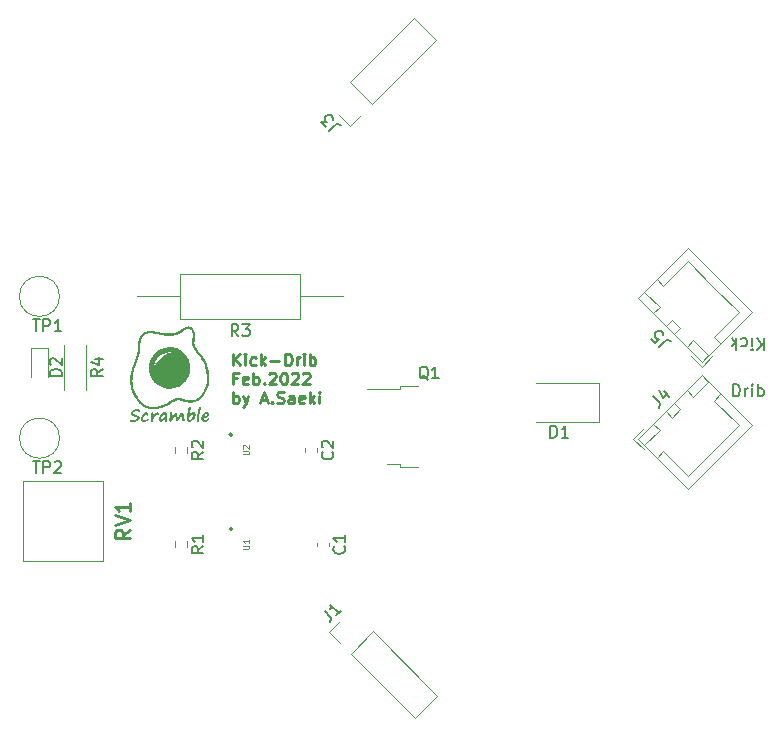
<source format=gto>
G04 #@! TF.GenerationSoftware,KiCad,Pcbnew,(6.0.1)*
G04 #@! TF.CreationDate,2022-02-25T16:24:57+09:00*
G04 #@! TF.ProjectId,kick-drib-2,6b69636b-2d64-4726-9962-2d322e6b6963,V1.1*
G04 #@! TF.SameCoordinates,Original*
G04 #@! TF.FileFunction,Legend,Top*
G04 #@! TF.FilePolarity,Positive*
%FSLAX46Y46*%
G04 Gerber Fmt 4.6, Leading zero omitted, Abs format (unit mm)*
G04 Created by KiCad (PCBNEW (6.0.1)) date 2022-02-25 16:24:57*
%MOMM*%
%LPD*%
G01*
G04 APERTURE LIST*
%ADD10C,0.250000*%
%ADD11C,0.150000*%
%ADD12C,0.100000*%
%ADD13C,0.254000*%
%ADD14C,0.120000*%
G04 APERTURE END LIST*
D10*
X64400595Y-114842380D02*
X64400595Y-113842380D01*
X64972023Y-114842380D02*
X64543452Y-114270952D01*
X64972023Y-113842380D02*
X64400595Y-114413809D01*
X65400595Y-114842380D02*
X65400595Y-114175714D01*
X65400595Y-113842380D02*
X65352976Y-113890000D01*
X65400595Y-113937619D01*
X65448214Y-113890000D01*
X65400595Y-113842380D01*
X65400595Y-113937619D01*
X66305357Y-114794761D02*
X66210119Y-114842380D01*
X66019642Y-114842380D01*
X65924404Y-114794761D01*
X65876785Y-114747142D01*
X65829166Y-114651904D01*
X65829166Y-114366190D01*
X65876785Y-114270952D01*
X65924404Y-114223333D01*
X66019642Y-114175714D01*
X66210119Y-114175714D01*
X66305357Y-114223333D01*
X66733928Y-114842380D02*
X66733928Y-113842380D01*
X66829166Y-114461428D02*
X67114880Y-114842380D01*
X67114880Y-114175714D02*
X66733928Y-114556666D01*
X67543452Y-114461428D02*
X68305357Y-114461428D01*
X68781547Y-114842380D02*
X68781547Y-113842380D01*
X69019642Y-113842380D01*
X69162500Y-113890000D01*
X69257738Y-113985238D01*
X69305357Y-114080476D01*
X69352976Y-114270952D01*
X69352976Y-114413809D01*
X69305357Y-114604285D01*
X69257738Y-114699523D01*
X69162500Y-114794761D01*
X69019642Y-114842380D01*
X68781547Y-114842380D01*
X69781547Y-114842380D02*
X69781547Y-114175714D01*
X69781547Y-114366190D02*
X69829166Y-114270952D01*
X69876785Y-114223333D01*
X69972023Y-114175714D01*
X70067261Y-114175714D01*
X70400595Y-114842380D02*
X70400595Y-114175714D01*
X70400595Y-113842380D02*
X70352976Y-113890000D01*
X70400595Y-113937619D01*
X70448214Y-113890000D01*
X70400595Y-113842380D01*
X70400595Y-113937619D01*
X70876785Y-114842380D02*
X70876785Y-113842380D01*
X70876785Y-114223333D02*
X70972023Y-114175714D01*
X71162500Y-114175714D01*
X71257738Y-114223333D01*
X71305357Y-114270952D01*
X71352976Y-114366190D01*
X71352976Y-114651904D01*
X71305357Y-114747142D01*
X71257738Y-114794761D01*
X71162500Y-114842380D01*
X70972023Y-114842380D01*
X70876785Y-114794761D01*
X64733928Y-115928571D02*
X64400595Y-115928571D01*
X64400595Y-116452380D02*
X64400595Y-115452380D01*
X64876785Y-115452380D01*
X65638690Y-116404761D02*
X65543452Y-116452380D01*
X65352976Y-116452380D01*
X65257738Y-116404761D01*
X65210119Y-116309523D01*
X65210119Y-115928571D01*
X65257738Y-115833333D01*
X65352976Y-115785714D01*
X65543452Y-115785714D01*
X65638690Y-115833333D01*
X65686309Y-115928571D01*
X65686309Y-116023809D01*
X65210119Y-116119047D01*
X66114880Y-116452380D02*
X66114880Y-115452380D01*
X66114880Y-115833333D02*
X66210119Y-115785714D01*
X66400595Y-115785714D01*
X66495833Y-115833333D01*
X66543452Y-115880952D01*
X66591071Y-115976190D01*
X66591071Y-116261904D01*
X66543452Y-116357142D01*
X66495833Y-116404761D01*
X66400595Y-116452380D01*
X66210119Y-116452380D01*
X66114880Y-116404761D01*
X67019642Y-116357142D02*
X67067261Y-116404761D01*
X67019642Y-116452380D01*
X66972023Y-116404761D01*
X67019642Y-116357142D01*
X67019642Y-116452380D01*
X67448214Y-115547619D02*
X67495833Y-115500000D01*
X67591071Y-115452380D01*
X67829166Y-115452380D01*
X67924404Y-115500000D01*
X67972023Y-115547619D01*
X68019642Y-115642857D01*
X68019642Y-115738095D01*
X67972023Y-115880952D01*
X67400595Y-116452380D01*
X68019642Y-116452380D01*
X68638690Y-115452380D02*
X68733928Y-115452380D01*
X68829166Y-115500000D01*
X68876785Y-115547619D01*
X68924404Y-115642857D01*
X68972023Y-115833333D01*
X68972023Y-116071428D01*
X68924404Y-116261904D01*
X68876785Y-116357142D01*
X68829166Y-116404761D01*
X68733928Y-116452380D01*
X68638690Y-116452380D01*
X68543452Y-116404761D01*
X68495833Y-116357142D01*
X68448214Y-116261904D01*
X68400595Y-116071428D01*
X68400595Y-115833333D01*
X68448214Y-115642857D01*
X68495833Y-115547619D01*
X68543452Y-115500000D01*
X68638690Y-115452380D01*
X69352976Y-115547619D02*
X69400595Y-115500000D01*
X69495833Y-115452380D01*
X69733928Y-115452380D01*
X69829166Y-115500000D01*
X69876785Y-115547619D01*
X69924404Y-115642857D01*
X69924404Y-115738095D01*
X69876785Y-115880952D01*
X69305357Y-116452380D01*
X69924404Y-116452380D01*
X70305357Y-115547619D02*
X70352976Y-115500000D01*
X70448214Y-115452380D01*
X70686309Y-115452380D01*
X70781547Y-115500000D01*
X70829166Y-115547619D01*
X70876785Y-115642857D01*
X70876785Y-115738095D01*
X70829166Y-115880952D01*
X70257738Y-116452380D01*
X70876785Y-116452380D01*
X64400595Y-118062380D02*
X64400595Y-117062380D01*
X64400595Y-117443333D02*
X64495833Y-117395714D01*
X64686309Y-117395714D01*
X64781547Y-117443333D01*
X64829166Y-117490952D01*
X64876785Y-117586190D01*
X64876785Y-117871904D01*
X64829166Y-117967142D01*
X64781547Y-118014761D01*
X64686309Y-118062380D01*
X64495833Y-118062380D01*
X64400595Y-118014761D01*
X65210119Y-117395714D02*
X65448214Y-118062380D01*
X65686309Y-117395714D02*
X65448214Y-118062380D01*
X65352976Y-118300476D01*
X65305357Y-118348095D01*
X65210119Y-118395714D01*
X66781547Y-117776666D02*
X67257738Y-117776666D01*
X66686309Y-118062380D02*
X67019642Y-117062380D01*
X67352976Y-118062380D01*
X67686309Y-117967142D02*
X67733928Y-118014761D01*
X67686309Y-118062380D01*
X67638690Y-118014761D01*
X67686309Y-117967142D01*
X67686309Y-118062380D01*
X68114880Y-118014761D02*
X68257738Y-118062380D01*
X68495833Y-118062380D01*
X68591071Y-118014761D01*
X68638690Y-117967142D01*
X68686309Y-117871904D01*
X68686309Y-117776666D01*
X68638690Y-117681428D01*
X68591071Y-117633809D01*
X68495833Y-117586190D01*
X68305357Y-117538571D01*
X68210119Y-117490952D01*
X68162500Y-117443333D01*
X68114880Y-117348095D01*
X68114880Y-117252857D01*
X68162500Y-117157619D01*
X68210119Y-117110000D01*
X68305357Y-117062380D01*
X68543452Y-117062380D01*
X68686309Y-117110000D01*
X69543452Y-118062380D02*
X69543452Y-117538571D01*
X69495833Y-117443333D01*
X69400595Y-117395714D01*
X69210119Y-117395714D01*
X69114880Y-117443333D01*
X69543452Y-118014761D02*
X69448214Y-118062380D01*
X69210119Y-118062380D01*
X69114880Y-118014761D01*
X69067261Y-117919523D01*
X69067261Y-117824285D01*
X69114880Y-117729047D01*
X69210119Y-117681428D01*
X69448214Y-117681428D01*
X69543452Y-117633809D01*
X70400595Y-118014761D02*
X70305357Y-118062380D01*
X70114880Y-118062380D01*
X70019642Y-118014761D01*
X69972023Y-117919523D01*
X69972023Y-117538571D01*
X70019642Y-117443333D01*
X70114880Y-117395714D01*
X70305357Y-117395714D01*
X70400595Y-117443333D01*
X70448214Y-117538571D01*
X70448214Y-117633809D01*
X69972023Y-117729047D01*
X70876785Y-118062380D02*
X70876785Y-117062380D01*
X70972023Y-117681428D02*
X71257738Y-118062380D01*
X71257738Y-117395714D02*
X70876785Y-117776666D01*
X71686309Y-118062380D02*
X71686309Y-117395714D01*
X71686309Y-117062380D02*
X71638690Y-117110000D01*
X71686309Y-117157619D01*
X71733928Y-117110000D01*
X71686309Y-117062380D01*
X71686309Y-117157619D01*
D11*
X106738095Y-117452380D02*
X106738095Y-116452380D01*
X106976190Y-116452380D01*
X107119047Y-116500000D01*
X107214285Y-116595238D01*
X107261904Y-116690476D01*
X107309523Y-116880952D01*
X107309523Y-117023809D01*
X107261904Y-117214285D01*
X107214285Y-117309523D01*
X107119047Y-117404761D01*
X106976190Y-117452380D01*
X106738095Y-117452380D01*
X107738095Y-117452380D02*
X107738095Y-116785714D01*
X107738095Y-116976190D02*
X107785714Y-116880952D01*
X107833333Y-116833333D01*
X107928571Y-116785714D01*
X108023809Y-116785714D01*
X108357142Y-117452380D02*
X108357142Y-116785714D01*
X108357142Y-116452380D02*
X108309523Y-116500000D01*
X108357142Y-116547619D01*
X108404761Y-116500000D01*
X108357142Y-116452380D01*
X108357142Y-116547619D01*
X108833333Y-117452380D02*
X108833333Y-116452380D01*
X108833333Y-116833333D02*
X108928571Y-116785714D01*
X109119047Y-116785714D01*
X109214285Y-116833333D01*
X109261904Y-116880952D01*
X109309523Y-116976190D01*
X109309523Y-117261904D01*
X109261904Y-117357142D01*
X109214285Y-117404761D01*
X109119047Y-117452380D01*
X108928571Y-117452380D01*
X108833333Y-117404761D01*
X109333333Y-112547619D02*
X109333333Y-113547619D01*
X108761904Y-112547619D02*
X109190476Y-113119047D01*
X108761904Y-113547619D02*
X109333333Y-112976190D01*
X108333333Y-112547619D02*
X108333333Y-113214285D01*
X108333333Y-113547619D02*
X108380952Y-113500000D01*
X108333333Y-113452380D01*
X108285714Y-113500000D01*
X108333333Y-113547619D01*
X108333333Y-113452380D01*
X107428571Y-112595238D02*
X107523809Y-112547619D01*
X107714285Y-112547619D01*
X107809523Y-112595238D01*
X107857142Y-112642857D01*
X107904761Y-112738095D01*
X107904761Y-113023809D01*
X107857142Y-113119047D01*
X107809523Y-113166666D01*
X107714285Y-113214285D01*
X107523809Y-113214285D01*
X107428571Y-113166666D01*
X107000000Y-112547619D02*
X107000000Y-113547619D01*
X106904761Y-112928571D02*
X106619047Y-112547619D01*
X106619047Y-113214285D02*
X107000000Y-112833333D01*
D12*
X65226190Y-122380952D02*
X65630952Y-122380952D01*
X65678571Y-122357142D01*
X65702380Y-122333333D01*
X65726190Y-122285714D01*
X65726190Y-122190476D01*
X65702380Y-122142857D01*
X65678571Y-122119047D01*
X65630952Y-122095238D01*
X65226190Y-122095238D01*
X65273809Y-121880952D02*
X65250000Y-121857142D01*
X65226190Y-121809523D01*
X65226190Y-121690476D01*
X65250000Y-121642857D01*
X65273809Y-121619047D01*
X65321428Y-121595238D01*
X65369047Y-121595238D01*
X65440476Y-121619047D01*
X65726190Y-121904761D01*
X65726190Y-121595238D01*
D11*
X73787142Y-130166666D02*
X73834761Y-130214285D01*
X73882380Y-130357142D01*
X73882380Y-130452380D01*
X73834761Y-130595238D01*
X73739523Y-130690476D01*
X73644285Y-130738095D01*
X73453809Y-130785714D01*
X73310952Y-130785714D01*
X73120476Y-130738095D01*
X73025238Y-130690476D01*
X72930000Y-130595238D01*
X72882380Y-130452380D01*
X72882380Y-130357142D01*
X72930000Y-130214285D01*
X72977619Y-130166666D01*
X73882380Y-129214285D02*
X73882380Y-129785714D01*
X73882380Y-129500000D02*
X72882380Y-129500000D01*
X73025238Y-129595238D01*
X73120476Y-129690476D01*
X73168095Y-129785714D01*
X100454364Y-113249273D02*
X100959440Y-112744197D01*
X101094127Y-112676853D01*
X101228814Y-112676853D01*
X101363501Y-112744197D01*
X101430844Y-112811540D01*
X99780929Y-112575838D02*
X100117646Y-112912555D01*
X100488035Y-112609510D01*
X100420692Y-112609510D01*
X100319677Y-112575838D01*
X100151318Y-112407479D01*
X100117646Y-112306464D01*
X100117646Y-112239120D01*
X100151318Y-112138105D01*
X100319677Y-111969746D01*
X100420692Y-111936075D01*
X100488035Y-111936075D01*
X100589051Y-111969746D01*
X100757409Y-112138105D01*
X100791081Y-112239120D01*
X100791081Y-112306464D01*
X72513918Y-94957486D02*
X73018994Y-94452410D01*
X73153681Y-94385066D01*
X73288368Y-94385066D01*
X73423055Y-94452410D01*
X73490398Y-94519753D01*
X72244544Y-94688112D02*
X71806811Y-94250379D01*
X72311887Y-94216707D01*
X72210872Y-94115692D01*
X72177200Y-94014677D01*
X72177200Y-93947333D01*
X72210872Y-93846318D01*
X72379231Y-93677959D01*
X72480246Y-93644288D01*
X72547589Y-93644288D01*
X72648605Y-93677959D01*
X72850635Y-93879990D01*
X72884307Y-93981005D01*
X72884307Y-94048349D01*
X47438095Y-122952380D02*
X48009523Y-122952380D01*
X47723809Y-123952380D02*
X47723809Y-122952380D01*
X48342857Y-123952380D02*
X48342857Y-122952380D01*
X48723809Y-122952380D01*
X48819047Y-123000000D01*
X48866666Y-123047619D01*
X48914285Y-123142857D01*
X48914285Y-123285714D01*
X48866666Y-123380952D01*
X48819047Y-123428571D01*
X48723809Y-123476190D01*
X48342857Y-123476190D01*
X49295238Y-123047619D02*
X49342857Y-123000000D01*
X49438095Y-122952380D01*
X49676190Y-122952380D01*
X49771428Y-123000000D01*
X49819047Y-123047619D01*
X49866666Y-123142857D01*
X49866666Y-123238095D01*
X49819047Y-123380952D01*
X49247619Y-123952380D01*
X49866666Y-123952380D01*
X47438095Y-110952380D02*
X48009523Y-110952380D01*
X47723809Y-111952380D02*
X47723809Y-110952380D01*
X48342857Y-111952380D02*
X48342857Y-110952380D01*
X48723809Y-110952380D01*
X48819047Y-111000000D01*
X48866666Y-111047619D01*
X48914285Y-111142857D01*
X48914285Y-111285714D01*
X48866666Y-111380952D01*
X48819047Y-111428571D01*
X48723809Y-111476190D01*
X48342857Y-111476190D01*
X49866666Y-111952380D02*
X49295238Y-111952380D01*
X49580952Y-111952380D02*
X49580952Y-110952380D01*
X49485714Y-111095238D01*
X49390476Y-111190476D01*
X49295238Y-111238095D01*
D13*
X55654523Y-128755952D02*
X55049761Y-129179285D01*
X55654523Y-129481666D02*
X54384523Y-129481666D01*
X54384523Y-128997857D01*
X54445000Y-128876904D01*
X54505476Y-128816428D01*
X54626428Y-128755952D01*
X54807857Y-128755952D01*
X54928809Y-128816428D01*
X54989285Y-128876904D01*
X55049761Y-128997857D01*
X55049761Y-129481666D01*
X54384523Y-128393095D02*
X55654523Y-127969761D01*
X54384523Y-127546428D01*
X55654523Y-126457857D02*
X55654523Y-127183571D01*
X55654523Y-126820714D02*
X54384523Y-126820714D01*
X54565952Y-126941666D01*
X54686904Y-127062619D01*
X54747380Y-127183571D01*
D11*
X61882380Y-122166666D02*
X61406190Y-122500000D01*
X61882380Y-122738095D02*
X60882380Y-122738095D01*
X60882380Y-122357142D01*
X60930000Y-122261904D01*
X60977619Y-122214285D01*
X61072857Y-122166666D01*
X61215714Y-122166666D01*
X61310952Y-122214285D01*
X61358571Y-122261904D01*
X61406190Y-122357142D01*
X61406190Y-122738095D01*
X60977619Y-121785714D02*
X60930000Y-121738095D01*
X60882380Y-121642857D01*
X60882380Y-121404761D01*
X60930000Y-121309523D01*
X60977619Y-121261904D01*
X61072857Y-121214285D01*
X61168095Y-121214285D01*
X61310952Y-121261904D01*
X61882380Y-121833333D01*
X61882380Y-121214285D01*
X61882380Y-130166666D02*
X61406190Y-130500000D01*
X61882380Y-130738095D02*
X60882380Y-130738095D01*
X60882380Y-130357142D01*
X60930000Y-130261904D01*
X60977619Y-130214285D01*
X61072857Y-130166666D01*
X61215714Y-130166666D01*
X61310952Y-130214285D01*
X61358571Y-130261904D01*
X61406190Y-130357142D01*
X61406190Y-130738095D01*
X61882380Y-129214285D02*
X61882380Y-129785714D01*
X61882380Y-129500000D02*
X60882380Y-129500000D01*
X61025238Y-129595238D01*
X61120476Y-129690476D01*
X61168095Y-129785714D01*
X72787142Y-122166666D02*
X72834761Y-122214285D01*
X72882380Y-122357142D01*
X72882380Y-122452380D01*
X72834761Y-122595238D01*
X72739523Y-122690476D01*
X72644285Y-122738095D01*
X72453809Y-122785714D01*
X72310952Y-122785714D01*
X72120476Y-122738095D01*
X72025238Y-122690476D01*
X71930000Y-122595238D01*
X71882380Y-122452380D01*
X71882380Y-122357142D01*
X71930000Y-122214285D01*
X71977619Y-122166666D01*
X71977619Y-121785714D02*
X71930000Y-121738095D01*
X71882380Y-121642857D01*
X71882380Y-121404761D01*
X71930000Y-121309523D01*
X71977619Y-121261904D01*
X72072857Y-121214285D01*
X72168095Y-121214285D01*
X72310952Y-121261904D01*
X72882380Y-121833333D01*
X72882380Y-121214285D01*
D12*
X65226190Y-130380952D02*
X65630952Y-130380952D01*
X65678571Y-130357142D01*
X65702380Y-130333333D01*
X65726190Y-130285714D01*
X65726190Y-130190476D01*
X65702380Y-130142857D01*
X65678571Y-130119047D01*
X65630952Y-130095238D01*
X65226190Y-130095238D01*
X65726190Y-129595238D02*
X65726190Y-129880952D01*
X65726190Y-129738095D02*
X65226190Y-129738095D01*
X65297619Y-129785714D01*
X65345238Y-129833333D01*
X65369047Y-129880952D01*
D11*
X99982926Y-117454364D02*
X100488002Y-117959440D01*
X100555346Y-118094127D01*
X100555346Y-118228814D01*
X100488002Y-118363501D01*
X100420659Y-118430844D01*
X100858392Y-117050303D02*
X101329796Y-117521707D01*
X100420659Y-116949287D02*
X100757376Y-117622722D01*
X101195109Y-117184990D01*
X64833333Y-112372380D02*
X64500000Y-111896190D01*
X64261904Y-112372380D02*
X64261904Y-111372380D01*
X64642857Y-111372380D01*
X64738095Y-111420000D01*
X64785714Y-111467619D01*
X64833333Y-111562857D01*
X64833333Y-111705714D01*
X64785714Y-111800952D01*
X64738095Y-111848571D01*
X64642857Y-111896190D01*
X64261904Y-111896190D01*
X65166666Y-111372380D02*
X65785714Y-111372380D01*
X65452380Y-111753333D01*
X65595238Y-111753333D01*
X65690476Y-111800952D01*
X65738095Y-111848571D01*
X65785714Y-111943809D01*
X65785714Y-112181904D01*
X65738095Y-112277142D01*
X65690476Y-112324761D01*
X65595238Y-112372380D01*
X65309523Y-112372380D01*
X65214285Y-112324761D01*
X65166666Y-112277142D01*
X72137413Y-135608818D02*
X72642489Y-136113894D01*
X72709833Y-136248581D01*
X72709833Y-136383268D01*
X72642489Y-136517955D01*
X72575146Y-136585298D01*
X73551627Y-135608818D02*
X73147566Y-136012879D01*
X73349596Y-135810848D02*
X72642489Y-135103741D01*
X72676161Y-135272100D01*
X72676161Y-135406787D01*
X72642489Y-135507802D01*
X53372380Y-115166666D02*
X52896190Y-115500000D01*
X53372380Y-115738095D02*
X52372380Y-115738095D01*
X52372380Y-115357142D01*
X52420000Y-115261904D01*
X52467619Y-115214285D01*
X52562857Y-115166666D01*
X52705714Y-115166666D01*
X52800952Y-115214285D01*
X52848571Y-115261904D01*
X52896190Y-115357142D01*
X52896190Y-115738095D01*
X52705714Y-114309523D02*
X53372380Y-114309523D01*
X52324761Y-114547619D02*
X53039047Y-114785714D01*
X53039047Y-114166666D01*
X91261904Y-120952380D02*
X91261904Y-119952380D01*
X91500000Y-119952380D01*
X91642857Y-120000000D01*
X91738095Y-120095238D01*
X91785714Y-120190476D01*
X91833333Y-120380952D01*
X91833333Y-120523809D01*
X91785714Y-120714285D01*
X91738095Y-120809523D01*
X91642857Y-120904761D01*
X91500000Y-120952380D01*
X91261904Y-120952380D01*
X92785714Y-120952380D02*
X92214285Y-120952380D01*
X92500000Y-120952380D02*
X92500000Y-119952380D01*
X92404761Y-120095238D01*
X92309523Y-120190476D01*
X92214285Y-120238095D01*
X80904761Y-116047619D02*
X80809523Y-116000000D01*
X80714285Y-115904761D01*
X80571428Y-115761904D01*
X80476190Y-115714285D01*
X80380952Y-115714285D01*
X80428571Y-115952380D02*
X80333333Y-115904761D01*
X80238095Y-115809523D01*
X80190476Y-115619047D01*
X80190476Y-115285714D01*
X80238095Y-115095238D01*
X80333333Y-115000000D01*
X80428571Y-114952380D01*
X80619047Y-114952380D01*
X80714285Y-115000000D01*
X80809523Y-115095238D01*
X80857142Y-115285714D01*
X80857142Y-115619047D01*
X80809523Y-115809523D01*
X80714285Y-115904761D01*
X80619047Y-115952380D01*
X80428571Y-115952380D01*
X81809523Y-115952380D02*
X81238095Y-115952380D01*
X81523809Y-115952380D02*
X81523809Y-114952380D01*
X81428571Y-115095238D01*
X81333333Y-115190476D01*
X81238095Y-115238095D01*
X49882380Y-115738095D02*
X48882380Y-115738095D01*
X48882380Y-115500000D01*
X48930000Y-115357142D01*
X49025238Y-115261904D01*
X49120476Y-115214285D01*
X49310952Y-115166666D01*
X49453809Y-115166666D01*
X49644285Y-115214285D01*
X49739523Y-115261904D01*
X49834761Y-115357142D01*
X49882380Y-115500000D01*
X49882380Y-115738095D01*
X48977619Y-114785714D02*
X48930000Y-114738095D01*
X48882380Y-114642857D01*
X48882380Y-114404761D01*
X48930000Y-114309523D01*
X48977619Y-114261904D01*
X49072857Y-114214285D01*
X49168095Y-114214285D01*
X49310952Y-114261904D01*
X49882380Y-114833333D01*
X49882380Y-114214285D01*
X64341421Y-120700000D02*
G75*
G03*
X64341421Y-120700000I-141421J0D01*
G01*
D14*
X71490000Y-129853733D02*
X71490000Y-130146267D01*
X72510000Y-129853733D02*
X72510000Y-130146267D01*
X102267588Y-111671751D02*
X101560482Y-110964645D01*
X105661701Y-112944544D02*
X105131371Y-112414214D01*
X104070711Y-114535534D02*
X104601041Y-114005204D01*
X107217336Y-110328249D02*
X105060660Y-108171573D01*
X98696699Y-109161522D02*
X99969491Y-110434315D01*
X104070711Y-114549676D02*
X108292138Y-110328249D01*
X104601041Y-114005204D02*
X103328249Y-112732412D01*
X100287689Y-107570532D02*
X100818019Y-108100862D01*
X98682557Y-109161522D02*
X104070711Y-114549676D01*
X101737258Y-112202082D02*
X102267588Y-111671751D01*
X108292138Y-110328249D02*
X102903984Y-104940095D01*
X99227029Y-108631192D02*
X98696699Y-109161522D01*
X102797918Y-113262742D02*
X104070711Y-114535534D01*
X104070711Y-114959798D02*
X104954594Y-114075914D01*
X103186827Y-114075914D02*
X104070711Y-114959798D01*
X102903984Y-106014897D02*
X105060660Y-108171573D01*
X102903984Y-104940095D02*
X98682557Y-109161522D01*
X103328249Y-112732412D02*
X102797918Y-113262742D01*
X101560482Y-110964645D02*
X101030152Y-111494975D01*
X105131371Y-112414214D02*
X107217336Y-110328249D01*
X99969491Y-110434315D02*
X100499821Y-109903984D01*
X100818019Y-108100862D02*
X102903984Y-106014897D01*
X101030152Y-111494975D02*
X101737258Y-112202082D01*
X100499821Y-109903984D02*
X99227029Y-108631192D01*
X74270574Y-90848522D02*
X79701154Y-85417942D01*
X75253452Y-93627452D02*
X74313000Y-94567904D01*
X76151478Y-92729426D02*
X74270574Y-90848522D01*
X81582058Y-87298846D02*
X79701154Y-85417942D01*
X76151478Y-92729426D02*
X81582058Y-87298846D01*
X74313000Y-94567904D02*
X73372548Y-93627452D01*
X49700000Y-121000000D02*
G75*
G03*
X49700000Y-121000000I-1700000J0D01*
G01*
X49700000Y-109000000D02*
G75*
G03*
X49700000Y-109000000I-1700000J0D01*
G01*
D12*
X53400000Y-131400000D02*
X46600000Y-131400000D01*
X46600000Y-131400000D02*
X46600000Y-124600000D01*
X53400000Y-124600000D02*
X53400000Y-131400000D01*
X46600000Y-124600000D02*
X53400000Y-124600000D01*
G36*
X55698840Y-115764175D02*
G01*
X55727910Y-115543403D01*
X55771315Y-115321378D01*
X55799780Y-115203986D01*
X55812682Y-115155042D01*
X55825461Y-115109156D01*
X55838808Y-115064363D01*
X55853416Y-115018698D01*
X55869975Y-114970197D01*
X55889178Y-114916894D01*
X55911715Y-114856825D01*
X55938279Y-114788025D01*
X55969561Y-114708528D01*
X56006252Y-114616370D01*
X56009172Y-114609066D01*
X56037044Y-114538991D01*
X56064439Y-114469416D01*
X56090452Y-114402692D01*
X56114176Y-114341169D01*
X56134705Y-114287199D01*
X56151134Y-114243133D01*
X56162555Y-114211322D01*
X56163358Y-114208991D01*
X56202559Y-114088203D01*
X56235599Y-113971758D01*
X56263043Y-113856535D01*
X56285455Y-113739415D01*
X56303401Y-113617276D01*
X56317444Y-113487000D01*
X56328148Y-113345464D01*
X56332073Y-113276383D01*
X56337283Y-113179861D01*
X56342300Y-113097296D01*
X56347360Y-113026651D01*
X56352702Y-112965888D01*
X56358563Y-112912971D01*
X56365181Y-112865862D01*
X56372794Y-112822524D01*
X56381640Y-112780920D01*
X56391956Y-112739013D01*
X56397009Y-112720000D01*
X56437538Y-112589889D01*
X56485715Y-112469890D01*
X56540974Y-112360917D01*
X56602747Y-112263886D01*
X56670466Y-112179710D01*
X56743565Y-112109306D01*
X56803039Y-112065135D01*
X56893310Y-112015425D01*
X56994319Y-111976870D01*
X57105160Y-111949652D01*
X57224928Y-111933952D01*
X57352719Y-111929950D01*
X57455234Y-111934890D01*
X57534240Y-111942451D01*
X57625692Y-111953228D01*
X57726469Y-111966745D01*
X57833448Y-111982523D01*
X57943507Y-112000085D01*
X58053526Y-112018955D01*
X58160382Y-112038655D01*
X58248760Y-112056184D01*
X58313710Y-112069414D01*
X58378717Y-112082397D01*
X58440683Y-112094534D01*
X58496513Y-112105226D01*
X58543111Y-112113872D01*
X58577380Y-112119874D01*
X58579373Y-112120201D01*
X58658296Y-112130393D01*
X58749706Y-112137497D01*
X58850375Y-112141418D01*
X58957071Y-112142057D01*
X59066565Y-112139317D01*
X59122533Y-112136582D01*
X59213675Y-112130676D01*
X59291316Y-112123949D01*
X59357951Y-112115931D01*
X59416075Y-112106155D01*
X59468181Y-112094152D01*
X59516766Y-112079453D01*
X59564324Y-112061588D01*
X59597446Y-112047350D01*
X59620034Y-112036912D01*
X59642340Y-112025810D01*
X59666029Y-112013025D01*
X59692767Y-111997535D01*
X59724220Y-111978321D01*
X59762054Y-111954362D01*
X59807935Y-111924638D01*
X59863527Y-111888127D01*
X59930498Y-111843811D01*
X59940000Y-111837508D01*
X60046082Y-111769063D01*
X60141823Y-111711453D01*
X60228171Y-111664171D01*
X60306072Y-111626710D01*
X60376473Y-111598564D01*
X60404232Y-111589337D01*
X60505910Y-111562041D01*
X60597808Y-111546713D01*
X60680961Y-111543529D01*
X60756400Y-111552663D01*
X60825158Y-111574288D01*
X60888269Y-111608581D01*
X60946765Y-111655714D01*
X60976244Y-111685954D01*
X61036899Y-111764851D01*
X61086363Y-111855011D01*
X61124599Y-111956225D01*
X61151565Y-112068284D01*
X61167225Y-112190977D01*
X61171538Y-112324095D01*
X61164465Y-112467428D01*
X61147888Y-112608000D01*
X61138626Y-112673985D01*
X61132108Y-112729992D01*
X61127899Y-112781725D01*
X61125561Y-112834885D01*
X61124658Y-112895177D01*
X61124605Y-112912000D01*
X61124733Y-112966535D01*
X61125466Y-113008209D01*
X61127072Y-113040156D01*
X61129817Y-113065510D01*
X61133967Y-113087407D01*
X61139788Y-113108980D01*
X61141945Y-113116000D01*
X61156573Y-113157970D01*
X61174808Y-113201217D01*
X61197334Y-113246727D01*
X61224834Y-113295489D01*
X61257992Y-113348490D01*
X61297494Y-113406718D01*
X61344022Y-113471161D01*
X61398262Y-113542807D01*
X61460896Y-113622644D01*
X61532609Y-113711659D01*
X61614085Y-113810841D01*
X61668241Y-113876000D01*
X61717711Y-113935658D01*
X61758573Y-113985904D01*
X61792764Y-114029360D01*
X61822223Y-114068647D01*
X61848887Y-114106385D01*
X61874695Y-114145196D01*
X61901583Y-114187702D01*
X61916148Y-114211339D01*
X62005207Y-114369532D01*
X62086503Y-114539890D01*
X62159226Y-114720168D01*
X62222570Y-114908119D01*
X62275723Y-115101500D01*
X62317878Y-115298066D01*
X62327589Y-115353300D01*
X62339747Y-115428112D01*
X62349512Y-115494093D01*
X62357131Y-115554529D01*
X62362852Y-115612704D01*
X62366921Y-115671904D01*
X62369585Y-115735414D01*
X62371092Y-115806518D01*
X62371689Y-115888503D01*
X62371719Y-115940000D01*
X62371536Y-116013681D01*
X62371084Y-116073801D01*
X62370240Y-116122798D01*
X62368880Y-116163110D01*
X62366880Y-116197174D01*
X62364116Y-116227429D01*
X62360466Y-116256312D01*
X62355806Y-116286262D01*
X62353473Y-116300000D01*
X62313206Y-116491127D01*
X62259287Y-116679035D01*
X62192461Y-116861969D01*
X62113478Y-117038174D01*
X62023083Y-117205897D01*
X61922025Y-117363382D01*
X61870122Y-117434597D01*
X61777641Y-117544902D01*
X61675268Y-117646100D01*
X61564659Y-117737092D01*
X61447473Y-117816784D01*
X61325367Y-117884079D01*
X61199998Y-117937882D01*
X61073024Y-117977094D01*
X61037507Y-117985289D01*
X61000833Y-117992356D01*
X60965160Y-117997324D01*
X60926348Y-118000524D01*
X60880259Y-118002284D01*
X60822754Y-118002936D01*
X60816000Y-118002953D01*
X60747094Y-118002013D01*
X60683102Y-117998566D01*
X60620668Y-117992094D01*
X60556438Y-117982081D01*
X60487058Y-117968009D01*
X60409173Y-117949360D01*
X60325665Y-117927319D01*
X60234309Y-117902476D01*
X60156801Y-117881542D01*
X60091568Y-117864167D01*
X60037034Y-117849999D01*
X59991626Y-117838688D01*
X59953771Y-117829882D01*
X59921893Y-117823232D01*
X59894418Y-117818385D01*
X59869773Y-117814991D01*
X59846384Y-117812700D01*
X59822676Y-117811159D01*
X59800000Y-117810135D01*
X59726565Y-117809952D01*
X59655327Y-117815813D01*
X59584601Y-117828353D01*
X59512700Y-117848205D01*
X59437936Y-117876003D01*
X59358625Y-117912382D01*
X59273078Y-117957976D01*
X59179611Y-118013419D01*
X59076535Y-118079345D01*
X59066485Y-118085976D01*
X58937096Y-118166302D01*
X58798310Y-118242838D01*
X58653147Y-118314304D01*
X58504630Y-118379417D01*
X58355781Y-118436895D01*
X58209620Y-118485458D01*
X58069169Y-118523823D01*
X57996116Y-118539979D01*
X57904281Y-118555510D01*
X57807221Y-118566674D01*
X57708699Y-118573337D01*
X57612477Y-118575371D01*
X57522318Y-118572642D01*
X57441984Y-118565022D01*
X57412000Y-118560316D01*
X57266803Y-118528668D01*
X57130049Y-118487628D01*
X57003336Y-118437798D01*
X56888259Y-118379779D01*
X56818944Y-118336947D01*
X56750649Y-118286772D01*
X56676729Y-118224672D01*
X56599191Y-118152788D01*
X56520040Y-118073258D01*
X56441283Y-117988224D01*
X56364925Y-117899824D01*
X56292971Y-117810198D01*
X56227427Y-117721485D01*
X56188921Y-117664881D01*
X56142882Y-117591748D01*
X56093624Y-117508452D01*
X56042898Y-117418317D01*
X55992455Y-117324668D01*
X55944048Y-117230829D01*
X55899428Y-117140124D01*
X55860348Y-117055876D01*
X55828558Y-116981411D01*
X55827991Y-116980000D01*
X55787600Y-116872448D01*
X55754763Y-116768705D01*
X55728849Y-116665458D01*
X55709228Y-116559394D01*
X55695270Y-116447201D01*
X55686345Y-116325568D01*
X55682287Y-116214155D01*
X55682856Y-116125717D01*
X55876882Y-116125717D01*
X55879961Y-116281004D01*
X55891519Y-116427002D01*
X55903666Y-116515670D01*
X55918620Y-116598010D01*
X55936429Y-116677070D01*
X55957847Y-116754732D01*
X55983625Y-116832877D01*
X56014518Y-116913390D01*
X56051279Y-116998151D01*
X56094661Y-117089044D01*
X56145417Y-117187950D01*
X56204301Y-117296753D01*
X56246346Y-117372000D01*
X56308401Y-117478132D01*
X56369105Y-117573415D01*
X56431477Y-117661954D01*
X56498537Y-117747853D01*
X56573304Y-117835215D01*
X56643584Y-117912000D01*
X56723575Y-117994684D01*
X56797557Y-118065153D01*
X56867798Y-118124882D01*
X56936565Y-118175351D01*
X57006126Y-118218034D01*
X57078748Y-118254410D01*
X57156698Y-118285956D01*
X57242246Y-118314149D01*
X57276000Y-118323948D01*
X57353507Y-118344677D01*
X57422175Y-118360248D01*
X57485780Y-118370970D01*
X57548097Y-118377149D01*
X57612903Y-118379094D01*
X57683974Y-118377113D01*
X57765086Y-118371513D01*
X57810082Y-118367500D01*
X57925911Y-118351290D01*
X58051202Y-118323762D01*
X58184567Y-118285356D01*
X58324617Y-118236510D01*
X58469961Y-118177665D01*
X58604000Y-118116589D01*
X58684123Y-118077071D01*
X58758825Y-118037652D01*
X58832284Y-117995935D01*
X58908679Y-117949526D01*
X58992186Y-117896029D01*
X59016000Y-117880386D01*
X59092697Y-117832029D01*
X59172074Y-117786092D01*
X59250927Y-117744220D01*
X59326057Y-117708059D01*
X59394262Y-117679255D01*
X59436135Y-117664362D01*
X59505855Y-117643428D01*
X59567040Y-117628659D01*
X59625501Y-117619142D01*
X59687051Y-117613961D01*
X59757503Y-117612203D01*
X59768000Y-117612178D01*
X59816484Y-117612711D01*
X59860529Y-117614653D01*
X59902843Y-117618477D01*
X59946134Y-117624656D01*
X59993109Y-117633665D01*
X60046475Y-117645976D01*
X60108941Y-117662062D01*
X60183213Y-117682397D01*
X60205689Y-117688691D01*
X60310743Y-117717749D01*
X60402437Y-117742034D01*
X60482570Y-117761897D01*
X60552938Y-117777692D01*
X60615340Y-117789771D01*
X60671572Y-117798486D01*
X60723433Y-117804191D01*
X60772719Y-117807237D01*
X60813978Y-117808000D01*
X60931141Y-117800309D01*
X61047355Y-117777166D01*
X61162890Y-117738462D01*
X61278014Y-117684089D01*
X61392994Y-117613938D01*
X61508098Y-117527902D01*
X61509053Y-117527122D01*
X61593952Y-117449372D01*
X61676492Y-117357435D01*
X61755805Y-117253052D01*
X61831018Y-117137968D01*
X61901263Y-117013925D01*
X61965670Y-116882667D01*
X62023368Y-116745936D01*
X62073487Y-116605475D01*
X62115157Y-116463027D01*
X62147508Y-116320336D01*
X62165400Y-116212272D01*
X62170752Y-116160580D01*
X62174606Y-116096390D01*
X62176966Y-116023135D01*
X62177835Y-115944246D01*
X62177216Y-115863156D01*
X62175113Y-115783297D01*
X62171531Y-115708100D01*
X62166472Y-115640998D01*
X62164778Y-115624000D01*
X62135444Y-115408294D01*
X62094001Y-115198143D01*
X62040838Y-114994727D01*
X61976348Y-114799225D01*
X61900921Y-114612815D01*
X61814949Y-114436679D01*
X61718823Y-114271995D01*
X61713704Y-114264000D01*
X61698253Y-114240271D01*
X61683077Y-114217784D01*
X61666999Y-114195033D01*
X61648843Y-114170515D01*
X61627431Y-114142727D01*
X61601586Y-114110164D01*
X61570131Y-114071322D01*
X61531889Y-114024699D01*
X61485683Y-113968788D01*
X61431923Y-113904000D01*
X61353930Y-113809318D01*
X61285881Y-113724877D01*
X61226769Y-113649252D01*
X61175587Y-113581018D01*
X61131326Y-113518751D01*
X61092980Y-113461027D01*
X61059540Y-113406422D01*
X61029999Y-113353511D01*
X61003350Y-113300871D01*
X60999425Y-113292670D01*
X60974253Y-113236074D01*
X60955816Y-113184793D01*
X60942777Y-113133550D01*
X60933801Y-113077066D01*
X60927554Y-113010064D01*
X60927406Y-113008000D01*
X60924440Y-112936720D01*
X60925394Y-112858947D01*
X60930400Y-112772555D01*
X60939588Y-112675420D01*
X60953089Y-112565416D01*
X60955900Y-112544724D01*
X60963484Y-112483648D01*
X60969612Y-112422506D01*
X60973871Y-112366144D01*
X60975849Y-112319410D01*
X60975939Y-112309303D01*
X60971478Y-112209219D01*
X60958619Y-112115427D01*
X60937938Y-112029147D01*
X60910011Y-111951598D01*
X60875413Y-111884001D01*
X60834721Y-111827574D01*
X60788511Y-111783538D01*
X60737359Y-111753113D01*
X60708473Y-111742932D01*
X60671421Y-111738591D01*
X60623145Y-111741850D01*
X60566136Y-111752071D01*
X60502885Y-111768616D01*
X60435884Y-111790847D01*
X60367625Y-111818126D01*
X60310309Y-111844890D01*
X60280291Y-111861094D01*
X60239871Y-111884625D01*
X60191842Y-111913763D01*
X60139000Y-111946789D01*
X60084139Y-111981981D01*
X60034309Y-112014778D01*
X59950017Y-112070463D01*
X59876763Y-112117543D01*
X59812762Y-112156979D01*
X59756226Y-112189732D01*
X59705370Y-112216766D01*
X59658408Y-112239041D01*
X59613555Y-112257520D01*
X59569023Y-112273165D01*
X59535687Y-112283351D01*
X59470716Y-112299279D01*
X59396079Y-112312165D01*
X59310731Y-112322087D01*
X59213631Y-112329124D01*
X59103736Y-112333352D01*
X58980002Y-112334851D01*
X58860000Y-112333992D01*
X58794545Y-112332966D01*
X58738600Y-112331776D01*
X58689798Y-112330122D01*
X58645767Y-112327702D01*
X58604139Y-112324218D01*
X58562544Y-112319367D01*
X58518613Y-112312851D01*
X58469976Y-112304368D01*
X58414264Y-112293618D01*
X58349108Y-112280301D01*
X58272137Y-112264116D01*
X58217750Y-112252575D01*
X58077597Y-112224106D01*
X57941157Y-112199212D01*
X57803352Y-112177070D01*
X57659104Y-112156858D01*
X57522669Y-112139998D01*
X57405375Y-112130488D01*
X57293411Y-112129750D01*
X57189182Y-112137658D01*
X57095098Y-112154086D01*
X57056000Y-112164436D01*
X56975532Y-112195821D01*
X56901729Y-112240247D01*
X56834253Y-112298099D01*
X56772768Y-112369762D01*
X56716936Y-112455622D01*
X56666419Y-112556063D01*
X56626993Y-112654335D01*
X56608342Y-112707955D01*
X56592605Y-112758738D01*
X56579416Y-112808984D01*
X56568407Y-112860991D01*
X56559210Y-112917060D01*
X56551458Y-112979488D01*
X56544783Y-113050575D01*
X56538818Y-113132621D01*
X56533196Y-113227925D01*
X56532122Y-113248000D01*
X56524931Y-113371022D01*
X56516915Y-113480703D01*
X56507715Y-113579691D01*
X56496974Y-113670639D01*
X56484335Y-113756196D01*
X56469439Y-113839013D01*
X56451929Y-113921740D01*
X56431448Y-114007029D01*
X56427793Y-114021399D01*
X56414648Y-114071133D01*
X56400777Y-114120116D01*
X56385571Y-114170079D01*
X56368416Y-114222752D01*
X56348702Y-114279864D01*
X56325817Y-114343145D01*
X56299150Y-114414326D01*
X56268088Y-114495136D01*
X56232021Y-114587305D01*
X56192152Y-114688000D01*
X56162816Y-114762384D01*
X56134169Y-114836152D01*
X56107020Y-114907146D01*
X56082177Y-114973207D01*
X56060445Y-115032175D01*
X56042634Y-115081893D01*
X56029550Y-115120199D01*
X56024418Y-115136431D01*
X55981141Y-115295885D01*
X55945052Y-115460784D01*
X55916367Y-115628673D01*
X55895300Y-115797095D01*
X55882067Y-115963595D01*
X55876882Y-116125717D01*
X55682856Y-116125717D01*
X55683751Y-115986742D01*
X55698840Y-115764175D01*
G37*
G36*
X61779363Y-119068389D02*
G01*
X61822322Y-118998213D01*
X61872436Y-118933403D01*
X61927587Y-118876772D01*
X61985653Y-118831132D01*
X62031181Y-118805172D01*
X62060785Y-118792268D01*
X62085938Y-118784719D01*
X62113323Y-118781142D01*
X62149620Y-118780152D01*
X62152000Y-118780145D01*
X62187474Y-118780694D01*
X62212410Y-118783280D01*
X62232242Y-118789036D01*
X62252405Y-118799096D01*
X62257787Y-118802212D01*
X62297269Y-118834398D01*
X62317787Y-118862212D01*
X62335011Y-118905927D01*
X62341187Y-118956635D01*
X62336295Y-119009735D01*
X62320311Y-119060625D01*
X62318769Y-119064000D01*
X62278759Y-119131059D01*
X62224763Y-119191932D01*
X62157878Y-119245768D01*
X62079202Y-119291715D01*
X61989835Y-119328920D01*
X61968000Y-119336114D01*
X61930952Y-119348985D01*
X61907958Y-119360993D01*
X61897364Y-119374312D01*
X61897513Y-119391113D01*
X61906750Y-119413570D01*
X61907649Y-119415323D01*
X61927513Y-119441105D01*
X61956199Y-119456734D01*
X61995628Y-119462989D01*
X62024023Y-119462639D01*
X62083928Y-119451647D01*
X62145942Y-119425727D01*
X62208685Y-119385566D01*
X62253371Y-119348370D01*
X62290502Y-119316902D01*
X62320205Y-119297845D01*
X62344195Y-119290483D01*
X62364189Y-119294098D01*
X62371883Y-119298773D01*
X62383812Y-119316889D01*
X62386799Y-119344269D01*
X62380921Y-119376955D01*
X62369909Y-119404216D01*
X62350655Y-119433140D01*
X62321276Y-119466749D01*
X62285397Y-119501547D01*
X62246642Y-119534037D01*
X62208635Y-119560722D01*
X62205973Y-119562357D01*
X62139677Y-119594954D01*
X62067784Y-119616782D01*
X61994843Y-119626845D01*
X61925401Y-119624151D01*
X61924000Y-119623948D01*
X61863017Y-119608171D01*
X61812190Y-119580074D01*
X61771094Y-119539340D01*
X61739501Y-119486094D01*
X61723478Y-119437112D01*
X61714183Y-119378239D01*
X61711898Y-119314227D01*
X61716903Y-119249831D01*
X61723389Y-119213588D01*
X61728407Y-119197274D01*
X61913405Y-119197274D01*
X61917376Y-119204456D01*
X61930181Y-119203743D01*
X61953453Y-119195399D01*
X61988824Y-119179688D01*
X62006825Y-119171354D01*
X62045879Y-119149594D01*
X62084750Y-119121658D01*
X62120544Y-119090300D01*
X62150370Y-119058278D01*
X62171337Y-119028348D01*
X62180122Y-119006160D01*
X62181932Y-118970927D01*
X62172883Y-118946406D01*
X62153918Y-118933583D01*
X62125978Y-118933445D01*
X62113865Y-118936704D01*
X62082371Y-118953245D01*
X62047608Y-118981738D01*
X62012098Y-119019220D01*
X61978363Y-119062727D01*
X61948924Y-119109296D01*
X61926302Y-119155964D01*
X61925428Y-119158161D01*
X61916633Y-119181930D01*
X61913405Y-119197274D01*
X61728407Y-119197274D01*
X61745678Y-119141118D01*
X61779363Y-119068389D01*
G37*
G36*
X57270527Y-114904045D02*
G01*
X57291558Y-114746310D01*
X57326958Y-114590612D01*
X57376732Y-114437945D01*
X57440883Y-114289304D01*
X57519414Y-114145684D01*
X57611393Y-114009335D01*
X57717006Y-113880608D01*
X57833299Y-113763459D01*
X57959425Y-113658370D01*
X58094539Y-113565822D01*
X58237794Y-113486296D01*
X58388344Y-113420272D01*
X58545344Y-113368232D01*
X58707947Y-113330656D01*
X58838621Y-113311644D01*
X58891974Y-113307630D01*
X58956267Y-113305619D01*
X59027210Y-113305500D01*
X59100514Y-113307162D01*
X59171890Y-113310494D01*
X59237047Y-113315385D01*
X59291697Y-113321726D01*
X59304000Y-113323656D01*
X59467295Y-113359037D01*
X59625029Y-113408939D01*
X59776340Y-113472733D01*
X59920367Y-113549791D01*
X60056247Y-113639486D01*
X60183121Y-113741191D01*
X60300126Y-113854277D01*
X60406400Y-113978117D01*
X60501083Y-114112083D01*
X60583314Y-114255547D01*
X60583545Y-114256000D01*
X60648361Y-114395624D01*
X60698906Y-114534027D01*
X60735964Y-114674283D01*
X60760318Y-114819463D01*
X60772755Y-114972642D01*
X60773790Y-115001378D01*
X60772911Y-115157104D01*
X60760420Y-115304252D01*
X60735824Y-115445748D01*
X60698630Y-115584519D01*
X60655088Y-115706706D01*
X60587429Y-115856174D01*
X60506414Y-115997859D01*
X60412961Y-116130950D01*
X60307990Y-116254634D01*
X60192419Y-116368101D01*
X60067168Y-116470537D01*
X59933153Y-116561130D01*
X59791296Y-116639070D01*
X59642513Y-116703544D01*
X59487724Y-116753740D01*
X59462971Y-116760262D01*
X59321268Y-116789906D01*
X59173850Y-116808516D01*
X59025537Y-116815733D01*
X58881154Y-116811195D01*
X58836000Y-116807142D01*
X58673783Y-116782107D01*
X58514172Y-116741641D01*
X58358415Y-116686255D01*
X58207760Y-116616461D01*
X58063457Y-116532770D01*
X57926752Y-116435694D01*
X57924120Y-116433631D01*
X57883286Y-116399211D01*
X57835897Y-116355426D01*
X57785166Y-116305584D01*
X57734309Y-116252991D01*
X57686540Y-116200952D01*
X57645074Y-116152775D01*
X57619156Y-116119981D01*
X57525360Y-115981735D01*
X57445904Y-115837573D01*
X57380793Y-115688490D01*
X57330029Y-115535479D01*
X57293617Y-115379535D01*
X57271561Y-115221652D01*
X57264440Y-115074732D01*
X57698216Y-115074732D01*
X57698984Y-115096847D01*
X57700263Y-115103096D01*
X57705031Y-115102316D01*
X57713676Y-115086827D01*
X57725844Y-115057352D01*
X57735219Y-115031758D01*
X57751772Y-114987396D01*
X57772150Y-114936284D01*
X57793243Y-114886094D01*
X57805257Y-114858934D01*
X57882936Y-114706871D01*
X57975382Y-114560024D01*
X58081948Y-114419312D01*
X58201988Y-114285653D01*
X58223577Y-114263811D01*
X58348824Y-114147103D01*
X58476960Y-114044685D01*
X58610442Y-113955007D01*
X58751727Y-113876519D01*
X58903271Y-113807668D01*
X59012000Y-113766076D01*
X59100000Y-113734661D01*
X58988000Y-113739126D01*
X58891653Y-113745346D01*
X58804541Y-113756444D01*
X58720376Y-113773406D01*
X58649960Y-113792147D01*
X58515293Y-113839550D01*
X58387893Y-113900699D01*
X58268598Y-113974688D01*
X58158250Y-114060613D01*
X58057686Y-114157567D01*
X57967747Y-114264644D01*
X57889272Y-114380938D01*
X57823102Y-114505544D01*
X57770074Y-114637556D01*
X57731030Y-114776067D01*
X57728840Y-114785990D01*
X57722578Y-114819726D01*
X57716476Y-114861171D01*
X57710815Y-114907203D01*
X57705877Y-114954698D01*
X57701944Y-115000534D01*
X57699296Y-115041586D01*
X57698216Y-115074732D01*
X57264440Y-115074732D01*
X57263863Y-115062824D01*
X57270527Y-114904045D01*
G37*
G36*
X57096686Y-118789129D02*
G01*
X57136333Y-118815196D01*
X57170354Y-118856219D01*
X57184410Y-118880803D01*
X57202217Y-118925771D01*
X57211392Y-118971622D01*
X57212097Y-119015193D01*
X57204494Y-119053325D01*
X57188745Y-119082856D01*
X57173322Y-119096499D01*
X57139288Y-119110154D01*
X57107901Y-119108171D01*
X57086203Y-119096304D01*
X57072445Y-119080564D01*
X57060863Y-119055533D01*
X57050483Y-119018692D01*
X57043794Y-118986552D01*
X57035273Y-118960465D01*
X57021594Y-118949108D01*
X57001411Y-118951672D01*
X56992500Y-118955741D01*
X56968639Y-118973917D01*
X56941112Y-119004413D01*
X56911613Y-119044477D01*
X56881842Y-119091354D01*
X56853495Y-119142292D01*
X56828268Y-119194537D01*
X56807860Y-119245336D01*
X56800745Y-119266842D01*
X56791254Y-119306487D01*
X56785693Y-119347847D01*
X56784297Y-119386346D01*
X56787302Y-119417408D01*
X56792237Y-119432443D01*
X56812501Y-119454189D01*
X56843743Y-119467192D01*
X56883696Y-119471686D01*
X56930094Y-119467904D01*
X56980672Y-119456081D01*
X57033163Y-119436451D01*
X57085300Y-119409249D01*
X57098824Y-119400766D01*
X57142509Y-119374541D01*
X57177087Y-119359092D01*
X57204551Y-119353670D01*
X57220019Y-119355290D01*
X57237868Y-119366991D01*
X57245911Y-119388338D01*
X57243038Y-119415543D01*
X57240100Y-119423756D01*
X57222509Y-119451908D01*
X57192941Y-119483586D01*
X57154341Y-119516546D01*
X57109654Y-119548542D01*
X57061826Y-119577328D01*
X57013802Y-119600660D01*
X57001572Y-119605585D01*
X56957550Y-119618281D01*
X56906030Y-119626629D01*
X56852323Y-119630317D01*
X56801745Y-119629035D01*
X56759609Y-119622472D01*
X56751755Y-119620210D01*
X56712466Y-119601373D01*
X56674526Y-119572562D01*
X56643616Y-119538549D01*
X56631631Y-119519277D01*
X56613956Y-119468959D01*
X56606271Y-119409000D01*
X56608287Y-119342024D01*
X56619716Y-119270652D01*
X56640270Y-119197508D01*
X56669661Y-119125213D01*
X56676451Y-119111331D01*
X56708445Y-119054584D01*
X56746790Y-118997521D01*
X56789231Y-118942726D01*
X56833514Y-118892787D01*
X56877384Y-118850288D01*
X56918588Y-118817817D01*
X56946548Y-118801522D01*
X57001538Y-118782207D01*
X57051669Y-118778104D01*
X57096686Y-118789129D01*
G37*
G36*
X58010862Y-118821086D02*
G01*
X58054876Y-118836549D01*
X58090081Y-118861412D01*
X58093467Y-118864944D01*
X58115973Y-118899764D01*
X58126968Y-118939841D01*
X58125659Y-118980230D01*
X58116295Y-119007427D01*
X58096838Y-119030868D01*
X58070475Y-119040224D01*
X58037939Y-119035469D01*
X57999967Y-119016574D01*
X57993090Y-119012000D01*
X57969272Y-118997081D01*
X57948980Y-118986924D01*
X57938622Y-118984000D01*
X57915378Y-118991099D01*
X57885466Y-119012122D01*
X57849325Y-119046655D01*
X57807392Y-119094287D01*
X57765416Y-119147542D01*
X57708572Y-119235423D01*
X57663027Y-119332942D01*
X57629975Y-119437328D01*
X57619643Y-119485020D01*
X57612410Y-119520322D01*
X57604672Y-119552545D01*
X57597767Y-119576267D01*
X57595832Y-119581468D01*
X57577119Y-119607524D01*
X57549059Y-119624726D01*
X57516163Y-119632213D01*
X57482944Y-119629121D01*
X57453917Y-119614589D01*
X57448396Y-119609627D01*
X57428333Y-119579726D01*
X57417011Y-119545233D01*
X57412244Y-119512414D01*
X57409187Y-119468267D01*
X57407716Y-119415030D01*
X57407705Y-119354941D01*
X57409031Y-119290237D01*
X57411570Y-119223157D01*
X57415196Y-119155938D01*
X57419785Y-119090819D01*
X57425212Y-119030036D01*
X57431354Y-118975828D01*
X57438085Y-118930433D01*
X57445281Y-118896088D01*
X57452818Y-118875031D01*
X57454442Y-118872494D01*
X57484544Y-118841141D01*
X57518479Y-118824210D01*
X57551942Y-118820000D01*
X57580861Y-118822421D01*
X57601351Y-118831216D01*
X57611355Y-118839394D01*
X57623581Y-118855068D01*
X57630254Y-118875432D01*
X57631343Y-118902749D01*
X57626817Y-118939283D01*
X57616645Y-118987297D01*
X57608887Y-119018429D01*
X57598853Y-119059413D01*
X57589922Y-119099679D01*
X57583242Y-119133854D01*
X57580427Y-119152000D01*
X57575079Y-119196000D01*
X57608030Y-119136597D01*
X57651334Y-119064449D01*
X57697541Y-118998180D01*
X57744957Y-118939758D01*
X57791889Y-118891152D01*
X57836642Y-118854330D01*
X57866543Y-118836230D01*
X57912638Y-118820413D01*
X57962097Y-118815537D01*
X58010862Y-118821086D01*
G37*
G36*
X59162916Y-118808609D02*
G01*
X59192009Y-118826682D01*
X59211881Y-118852880D01*
X59220101Y-118877554D01*
X59223931Y-118908993D01*
X59223270Y-118948959D01*
X59218017Y-118999214D01*
X59208072Y-119061519D01*
X59196500Y-119122071D01*
X59187379Y-119167762D01*
X59179492Y-119208011D01*
X59173338Y-119240201D01*
X59169419Y-119261719D01*
X59168216Y-119269827D01*
X59171721Y-119265354D01*
X59181233Y-119248926D01*
X59195484Y-119222836D01*
X59213207Y-119189381D01*
X59222701Y-119171139D01*
X59269852Y-119085260D01*
X59315189Y-119013648D01*
X59359710Y-118954818D01*
X59392630Y-118918728D01*
X59435164Y-118881935D01*
X59476492Y-118859141D01*
X59519591Y-118848903D01*
X59538498Y-118848000D01*
X59579918Y-118853460D01*
X59614119Y-118870260D01*
X59641415Y-118899024D01*
X59662121Y-118940379D01*
X59676551Y-118994950D01*
X59685020Y-119063362D01*
X59687841Y-119144883D01*
X59688740Y-119193533D01*
X59691061Y-119235249D01*
X59694562Y-119267750D01*
X59698999Y-119288759D01*
X59703990Y-119296000D01*
X59709183Y-119289196D01*
X59720410Y-119270174D01*
X59736528Y-119241014D01*
X59756394Y-119203798D01*
X59778867Y-119160608D01*
X59786977Y-119144778D01*
X59823199Y-119075178D01*
X59854370Y-119018643D01*
X59881663Y-118973496D01*
X59906251Y-118938061D01*
X59929305Y-118910661D01*
X59951998Y-118889619D01*
X59975502Y-118873261D01*
X59977765Y-118871921D01*
X60003102Y-118858294D01*
X60024101Y-118851258D01*
X60048008Y-118849149D01*
X60073731Y-118849871D01*
X60104560Y-118852284D01*
X60125077Y-118857097D01*
X60140963Y-118866213D01*
X60152446Y-118876246D01*
X60171151Y-118896707D01*
X60186553Y-118920413D01*
X60199308Y-118949543D01*
X60210074Y-118986275D01*
X60219510Y-119032789D01*
X60228272Y-119091263D01*
X60235682Y-119152000D01*
X60241449Y-119198587D01*
X60248090Y-119245745D01*
X60254787Y-119287988D01*
X60260720Y-119319832D01*
X60260756Y-119320000D01*
X60268277Y-119351915D01*
X60276546Y-119374060D01*
X60288938Y-119392447D01*
X60308827Y-119413088D01*
X60317774Y-119421573D01*
X60343638Y-119448004D01*
X60357799Y-119468226D01*
X60362000Y-119484325D01*
X60354566Y-119513442D01*
X60334533Y-119540064D01*
X60305299Y-119561851D01*
X60270263Y-119576463D01*
X60232824Y-119581560D01*
X60221717Y-119580894D01*
X60179408Y-119570103D01*
X60145183Y-119547340D01*
X60118127Y-119511636D01*
X60097325Y-119462021D01*
X60091970Y-119443540D01*
X60087075Y-119420144D01*
X60081242Y-119384386D01*
X60074974Y-119339837D01*
X60068780Y-119290068D01*
X60063709Y-119244000D01*
X60056452Y-119178153D01*
X60049672Y-119127131D01*
X60043133Y-119089775D01*
X60036598Y-119064925D01*
X60029831Y-119051422D01*
X60023740Y-119048000D01*
X60014959Y-119052301D01*
X60002804Y-119065845D01*
X59986694Y-119089594D01*
X59966045Y-119124510D01*
X59940274Y-119171554D01*
X59908799Y-119231688D01*
X59889110Y-119270169D01*
X59862761Y-119321253D01*
X59837143Y-119369571D01*
X59813635Y-119412625D01*
X59793617Y-119447914D01*
X59778468Y-119472939D01*
X59772065Y-119482283D01*
X59745193Y-119510112D01*
X59712681Y-119532996D01*
X59679602Y-119547888D01*
X59656000Y-119552000D01*
X59629956Y-119546907D01*
X59600714Y-119533910D01*
X59574377Y-119516427D01*
X59557052Y-119497879D01*
X59555989Y-119495979D01*
X59547604Y-119473907D01*
X59540323Y-119441631D01*
X59533989Y-119397906D01*
X59528444Y-119341488D01*
X59523529Y-119271131D01*
X59520582Y-119217032D01*
X59517713Y-119167987D01*
X59514398Y-119125415D01*
X59510888Y-119091790D01*
X59507436Y-119069585D01*
X59504738Y-119061538D01*
X59496589Y-119058788D01*
X59484983Y-119064645D01*
X59469035Y-119080123D01*
X59447856Y-119106232D01*
X59420561Y-119143986D01*
X59386262Y-119194396D01*
X59379868Y-119204000D01*
X59342768Y-119261322D01*
X59307156Y-119319078D01*
X59274090Y-119375314D01*
X59244629Y-119428076D01*
X59219831Y-119475411D01*
X59200755Y-119515365D01*
X59188459Y-119545983D01*
X59184001Y-119565313D01*
X59184000Y-119565582D01*
X59178696Y-119578251D01*
X59165483Y-119595491D01*
X59160615Y-119600615D01*
X59131109Y-119619780D01*
X59097279Y-119625405D01*
X59063407Y-119617443D01*
X59039967Y-119602000D01*
X59025866Y-119586603D01*
X59015183Y-119567893D01*
X59007679Y-119543903D01*
X59003113Y-119512667D01*
X59001247Y-119472218D01*
X59001839Y-119420591D01*
X59004651Y-119355818D01*
X59006322Y-119326159D01*
X59009738Y-119272868D01*
X59013539Y-119221399D01*
X59017428Y-119175251D01*
X59021110Y-119137925D01*
X59024287Y-119112921D01*
X59024414Y-119112140D01*
X59028125Y-119084161D01*
X59032107Y-119045136D01*
X59035908Y-119000004D01*
X59039077Y-118953703D01*
X59039372Y-118948675D01*
X59042061Y-118904259D01*
X59044567Y-118872923D01*
X59047513Y-118851766D01*
X59051522Y-118837890D01*
X59057217Y-118828394D01*
X59065222Y-118820378D01*
X59067344Y-118818534D01*
X59096101Y-118803470D01*
X59129452Y-118800517D01*
X59162916Y-118808609D01*
G37*
G36*
X58118572Y-119268942D02*
G01*
X58143464Y-119202853D01*
X58156571Y-119175331D01*
X58182701Y-119128799D01*
X58216731Y-119076376D01*
X58254977Y-119023213D01*
X58293757Y-118974455D01*
X58325595Y-118939082D01*
X58382086Y-118885839D01*
X58435044Y-118846087D01*
X58486939Y-118818489D01*
X58540244Y-118801704D01*
X58592000Y-118794703D01*
X58625255Y-118793347D01*
X58647849Y-118794901D01*
X58664976Y-118800131D01*
X58678103Y-118807394D01*
X58699679Y-118826402D01*
X58716735Y-118850233D01*
X58717585Y-118851945D01*
X58730336Y-118871261D01*
X58743640Y-118879885D01*
X58745105Y-118880000D01*
X58773740Y-118886721D01*
X58797689Y-118904146D01*
X58808040Y-118920098D01*
X58811152Y-118931799D01*
X58811894Y-118948233D01*
X58810039Y-118971974D01*
X58805361Y-119005593D01*
X58797632Y-119051662D01*
X58795262Y-119065061D01*
X58783175Y-119143562D01*
X58775310Y-119218319D01*
X58771702Y-119287101D01*
X58772386Y-119347675D01*
X58777396Y-119397809D01*
X58786769Y-119435271D01*
X58789346Y-119441432D01*
X58808870Y-119472791D01*
X58831183Y-119491577D01*
X58853590Y-119510769D01*
X58862547Y-119536159D01*
X58856890Y-119564067D01*
X58855155Y-119567445D01*
X58834856Y-119590119D01*
X58804429Y-119607936D01*
X58769019Y-119619329D01*
X58733775Y-119622733D01*
X58703845Y-119616580D01*
X58700000Y-119614664D01*
X58671957Y-119594597D01*
X58650751Y-119568004D01*
X58635301Y-119532495D01*
X58624523Y-119485680D01*
X58618092Y-119433735D01*
X58612000Y-119367470D01*
X58580000Y-119408595D01*
X58544562Y-119448449D01*
X58500587Y-119489409D01*
X58453039Y-119527356D01*
X58406886Y-119558171D01*
X58385758Y-119569679D01*
X58345001Y-119586586D01*
X58304535Y-119595448D01*
X58277758Y-119597907D01*
X58225885Y-119596135D01*
X58184034Y-119583119D01*
X58149816Y-119557708D01*
X58124000Y-119523986D01*
X58112973Y-119505102D01*
X58105977Y-119488552D01*
X58102113Y-119469838D01*
X58100487Y-119444461D01*
X58100201Y-119407925D01*
X58100208Y-119404607D01*
X58101994Y-119376272D01*
X58281197Y-119376272D01*
X58281259Y-119406135D01*
X58286388Y-119425734D01*
X58287830Y-119427795D01*
X58303774Y-119435771D01*
X58329019Y-119431956D01*
X58364132Y-119416240D01*
X58372428Y-119411637D01*
X58398071Y-119393268D01*
X58429766Y-119364913D01*
X58464497Y-119329773D01*
X58499253Y-119291047D01*
X58531019Y-119251935D01*
X58556249Y-119216463D01*
X58588874Y-119159747D01*
X58611602Y-119106531D01*
X58624079Y-119058498D01*
X58625954Y-119017331D01*
X58616875Y-118984714D01*
X58607439Y-118971403D01*
X58591546Y-118957366D01*
X58576203Y-118953112D01*
X58556306Y-118958354D01*
X58537029Y-118967475D01*
X58508094Y-118987414D01*
X58474467Y-119018958D01*
X58438341Y-119059270D01*
X58401908Y-119105514D01*
X58367364Y-119154851D01*
X58336900Y-119204446D01*
X58312712Y-119251461D01*
X58306730Y-119265315D01*
X58294400Y-119301842D01*
X58285733Y-119340167D01*
X58281197Y-119376272D01*
X58101994Y-119376272D01*
X58104648Y-119334178D01*
X58118572Y-119268942D01*
G37*
G36*
X56281326Y-118529653D02*
G01*
X56321744Y-118531776D01*
X56351257Y-118534986D01*
X56374964Y-118540374D01*
X56397960Y-118549031D01*
X56419813Y-118559311D01*
X56466141Y-118587193D01*
X56497600Y-118618456D01*
X56515190Y-118654413D01*
X56519987Y-118691200D01*
X56513725Y-118737381D01*
X56495801Y-118774169D01*
X56467467Y-118800183D01*
X56429971Y-118814042D01*
X56407022Y-118815987D01*
X56387839Y-118814688D01*
X56378565Y-118807633D01*
X56373897Y-118790116D01*
X56373218Y-118786000D01*
X56362931Y-118750700D01*
X56344014Y-118725014D01*
X56314871Y-118707980D01*
X56273905Y-118698634D01*
X56223977Y-118696000D01*
X56150295Y-118703172D01*
X56076984Y-118723572D01*
X56009549Y-118755526D01*
X55992219Y-118766484D01*
X55950703Y-118799806D01*
X55924465Y-118833864D01*
X55912783Y-118869702D01*
X55912000Y-118882421D01*
X55914106Y-118904173D01*
X55922558Y-118921796D01*
X55940553Y-118941620D01*
X55943172Y-118944131D01*
X55956137Y-118955256D01*
X55971439Y-118965357D01*
X55991500Y-118975488D01*
X56018746Y-118986708D01*
X56055598Y-119000072D01*
X56104482Y-119016638D01*
X56125172Y-119023484D01*
X56211136Y-119053007D01*
X56282660Y-119080385D01*
X56341038Y-119106372D01*
X56387565Y-119131723D01*
X56423535Y-119157191D01*
X56450244Y-119183532D01*
X56468985Y-119211499D01*
X56476506Y-119228213D01*
X56485651Y-119270440D01*
X56484806Y-119317343D01*
X56474401Y-119361459D01*
X56467992Y-119376014D01*
X56437338Y-119420803D01*
X56392891Y-119465233D01*
X56336830Y-119508006D01*
X56271334Y-119547825D01*
X56198581Y-119583395D01*
X56120753Y-119613418D01*
X56040026Y-119636597D01*
X56024000Y-119640238D01*
X55967817Y-119650397D01*
X55910647Y-119657131D01*
X55856402Y-119660241D01*
X55808994Y-119659527D01*
X55772335Y-119654788D01*
X55766788Y-119653383D01*
X55720074Y-119635017D01*
X55687941Y-119610290D01*
X55670182Y-119578947D01*
X55666586Y-119540731D01*
X55667682Y-119531329D01*
X55676520Y-119502890D01*
X55692337Y-119476718D01*
X55711759Y-119457055D01*
X55731409Y-119448147D01*
X55733957Y-119448000D01*
X55749506Y-119450676D01*
X55774048Y-119457620D01*
X55796747Y-119465355D01*
X55854377Y-119479492D01*
X55919992Y-119483647D01*
X55989143Y-119477905D01*
X56057378Y-119462351D01*
X56064000Y-119460253D01*
X56127194Y-119437218D01*
X56182661Y-119412129D01*
X56228834Y-119386000D01*
X56264148Y-119359849D01*
X56287038Y-119334692D01*
X56295938Y-119311545D01*
X56296000Y-119309626D01*
X56293935Y-119295177D01*
X56286773Y-119281722D01*
X56273063Y-119268468D01*
X56251352Y-119254622D01*
X56220189Y-119239389D01*
X56178122Y-119221976D01*
X56123700Y-119201590D01*
X56055470Y-119177436D01*
X56052000Y-119176230D01*
X56003063Y-119158839D01*
X55955952Y-119141389D01*
X55914107Y-119125206D01*
X55880969Y-119111616D01*
X55861763Y-119102868D01*
X55807301Y-119068347D01*
X55767246Y-119026924D01*
X55741459Y-118978370D01*
X55729803Y-118922451D01*
X55729818Y-118880929D01*
X55740143Y-118824188D01*
X55763325Y-118771521D01*
X55800554Y-118720646D01*
X55828071Y-118692000D01*
X55902533Y-118631006D01*
X55984358Y-118584195D01*
X56073410Y-118551615D01*
X56169554Y-118533316D01*
X56272654Y-118529345D01*
X56281326Y-118529653D01*
G37*
G36*
X61613191Y-118370576D02*
G01*
X61641635Y-118385182D01*
X61645334Y-118388607D01*
X61655484Y-118399819D01*
X61661302Y-118411148D01*
X61663632Y-118426920D01*
X61663312Y-118451457D01*
X61662055Y-118474607D01*
X61656750Y-118519284D01*
X61645318Y-118578397D01*
X61627825Y-118651630D01*
X61617216Y-118692000D01*
X61578740Y-118849864D01*
X61551134Y-118998410D01*
X61534169Y-119139846D01*
X61527617Y-119276381D01*
X61531252Y-119410221D01*
X61536555Y-119474230D01*
X61540168Y-119513646D01*
X61541497Y-119541106D01*
X61540375Y-119560515D01*
X61536633Y-119575776D01*
X61531703Y-119587493D01*
X61510762Y-119616690D01*
X61482143Y-119636918D01*
X61449688Y-119647154D01*
X61417241Y-119646374D01*
X61388645Y-119633555D01*
X61381636Y-119627455D01*
X61368463Y-119610202D01*
X61358516Y-119586887D01*
X61351448Y-119555462D01*
X61346914Y-119513880D01*
X61344565Y-119460094D01*
X61344027Y-119405606D01*
X61346724Y-119291131D01*
X61354930Y-119171192D01*
X61368894Y-119043529D01*
X61388867Y-118905886D01*
X61415096Y-118756005D01*
X61416604Y-118748000D01*
X61433799Y-118660338D01*
X61449623Y-118587260D01*
X61464528Y-118527452D01*
X61478969Y-118479602D01*
X61493401Y-118442397D01*
X61508278Y-118414525D01*
X61524054Y-118394672D01*
X61541182Y-118381527D01*
X61543913Y-118380044D01*
X61579276Y-118368750D01*
X61613191Y-118370576D01*
G37*
G36*
X60469710Y-119310960D02*
G01*
X60476347Y-119260143D01*
X60485060Y-119199471D01*
X60495514Y-119130892D01*
X60507377Y-119056356D01*
X60520314Y-118977811D01*
X60533991Y-118897206D01*
X60548074Y-118816489D01*
X60562229Y-118737610D01*
X60576123Y-118662516D01*
X60589420Y-118593157D01*
X60601788Y-118531482D01*
X60612893Y-118479438D01*
X60622399Y-118438976D01*
X60627970Y-118418434D01*
X60645851Y-118378191D01*
X60671617Y-118346859D01*
X60702563Y-118327353D01*
X60716258Y-118323423D01*
X60751982Y-118321178D01*
X60777551Y-118330402D01*
X60794613Y-118351768D01*
X60796527Y-118356027D01*
X60803685Y-118379105D01*
X60807230Y-118406822D01*
X60806966Y-118440790D01*
X60802693Y-118482623D01*
X60794214Y-118533934D01*
X60781332Y-118596337D01*
X60763847Y-118671444D01*
X60751886Y-118720000D01*
X60739551Y-118770007D01*
X60727065Y-118821814D01*
X60715666Y-118870207D01*
X60706591Y-118909973D01*
X60704386Y-118920000D01*
X60696763Y-118955031D01*
X60690008Y-118985893D01*
X60685118Y-119008038D01*
X60683639Y-119014620D01*
X60685422Y-119019130D01*
X60695566Y-119013319D01*
X60714759Y-118996648D01*
X60743687Y-118968574D01*
X60749691Y-118962560D01*
X60818435Y-118898933D01*
X60883171Y-118850436D01*
X60944339Y-118816829D01*
X61002381Y-118797873D01*
X61057736Y-118793329D01*
X61061015Y-118793511D01*
X61092993Y-118797016D01*
X61115945Y-118804174D01*
X61136794Y-118817363D01*
X61141666Y-118821213D01*
X61177586Y-118860386D01*
X61201557Y-118909798D01*
X61213456Y-118968912D01*
X61213162Y-119037187D01*
X61204419Y-119096302D01*
X61177211Y-119190609D01*
X61134783Y-119281273D01*
X61077672Y-119367433D01*
X61006417Y-119448226D01*
X60956284Y-119494463D01*
X60920840Y-119520898D01*
X60878509Y-119546549D01*
X60833955Y-119569077D01*
X60791841Y-119586148D01*
X60756827Y-119595423D01*
X60754075Y-119595810D01*
X60726571Y-119599280D01*
X60702534Y-119602301D01*
X60696000Y-119603119D01*
X60675415Y-119603214D01*
X60648780Y-119600376D01*
X60641174Y-119599083D01*
X60599593Y-119586136D01*
X60562988Y-119565151D01*
X60534284Y-119538667D01*
X60516403Y-119509222D01*
X60511854Y-119486790D01*
X60507531Y-119474410D01*
X60496623Y-119454479D01*
X60487854Y-119440796D01*
X60468680Y-119403282D01*
X60464000Y-119375234D01*
X60464450Y-119367564D01*
X60632845Y-119367564D01*
X60633764Y-119397342D01*
X60645342Y-119421269D01*
X60651636Y-119428363D01*
X60674508Y-119443499D01*
X60702737Y-119447135D01*
X60738353Y-119439219D01*
X60772000Y-119425260D01*
X60821359Y-119395611D01*
X60869142Y-119355323D01*
X60913890Y-119306843D01*
X60954145Y-119252619D01*
X60988448Y-119195100D01*
X61015341Y-119136732D01*
X61033364Y-119079964D01*
X61041060Y-119027243D01*
X61036970Y-118981018D01*
X61036893Y-118980713D01*
X61027155Y-118964962D01*
X61008101Y-118960202D01*
X60978980Y-118966456D01*
X60939277Y-118983631D01*
X60890088Y-119014168D01*
X60838339Y-119056812D01*
X60786778Y-119108577D01*
X60738157Y-119166476D01*
X60695226Y-119227524D01*
X60663608Y-119282926D01*
X60642742Y-119330053D01*
X60632845Y-119367564D01*
X60464450Y-119367564D01*
X60465483Y-119349974D01*
X60469710Y-119310960D01*
G37*
D14*
X60522500Y-121745276D02*
X60522500Y-122254724D01*
X59477500Y-121745276D02*
X59477500Y-122254724D01*
X60522500Y-129745276D02*
X60522500Y-130254724D01*
X59477500Y-129745276D02*
X59477500Y-130254724D01*
X71510000Y-121853733D02*
X71510000Y-122146267D01*
X70490000Y-121853733D02*
X70490000Y-122146267D01*
D11*
X64341421Y-128700000D02*
G75*
G03*
X64341421Y-128700000I-141421J0D01*
G01*
D14*
X105661668Y-117287689D02*
X105131338Y-117818019D01*
X101560449Y-119267588D02*
X102267555Y-118560482D01*
X108292105Y-119903984D02*
X104070678Y-115682557D01*
X102267555Y-118560482D02*
X101737225Y-118030152D01*
X99969458Y-119797918D02*
X98696666Y-121070711D01*
X101030118Y-118737258D02*
X101560449Y-119267588D01*
X100499788Y-120328249D02*
X99969458Y-119797918D01*
X98682524Y-121070711D02*
X102903951Y-125292138D01*
X107217303Y-119903984D02*
X105060627Y-122060660D01*
X102903951Y-125292138D02*
X108292105Y-119903984D01*
X99156286Y-120186827D02*
X98272402Y-121070711D01*
X103328216Y-117499821D02*
X104601008Y-116227029D01*
X100287656Y-122661701D02*
X100817986Y-122131371D01*
X105131338Y-117818019D02*
X107217303Y-119903984D01*
X104070678Y-115696699D02*
X102797885Y-116969491D01*
X98272402Y-121070711D02*
X99156286Y-121954594D01*
X102903951Y-124217336D02*
X105060627Y-122060660D01*
X98696666Y-121070711D02*
X99226996Y-121601041D01*
X100817986Y-122131371D02*
X102903951Y-124217336D01*
X99226996Y-121601041D02*
X100499788Y-120328249D01*
X104070678Y-115682557D02*
X98682524Y-121070711D01*
X104601008Y-116227029D02*
X104070678Y-115696699D01*
X101737225Y-118030152D02*
X101030118Y-118737258D01*
X102797885Y-116969491D02*
X103328216Y-117499821D01*
X70070000Y-107080000D02*
X59930000Y-107080000D01*
X59930000Y-107080000D02*
X59930000Y-110920000D01*
X73720000Y-109000000D02*
X70070000Y-109000000D01*
X59930000Y-110920000D02*
X70070000Y-110920000D01*
X56280000Y-109000000D02*
X59930000Y-109000000D01*
X70070000Y-110920000D02*
X70070000Y-107080000D01*
X74365474Y-139246378D02*
X76246378Y-137365474D01*
X72526996Y-137407900D02*
X73467448Y-136467448D01*
X74365474Y-139246378D02*
X79796054Y-144676958D01*
X76246378Y-137365474D02*
X81676958Y-142796054D01*
X79796054Y-144676958D02*
X81676958Y-142796054D01*
X73467448Y-138348352D02*
X72526996Y-137407900D01*
X51920000Y-113080000D02*
X51920000Y-116920000D01*
X50080000Y-113080000D02*
X50080000Y-116920000D01*
X95400000Y-119650000D02*
X90000000Y-119650000D01*
X95400000Y-116350000D02*
X90000000Y-116350000D01*
X95400000Y-119650000D02*
X95400000Y-116350000D01*
X78530000Y-116550000D02*
X78530000Y-116820000D01*
X78530000Y-123450000D02*
X78530000Y-123180000D01*
X78530000Y-116820000D02*
X75700000Y-116820000D01*
X78530000Y-123180000D02*
X77430000Y-123180000D01*
X80030000Y-123450000D02*
X78530000Y-123450000D01*
X80030000Y-116550000D02*
X78530000Y-116550000D01*
X48735000Y-113340000D02*
X47265000Y-113340000D01*
X47265000Y-113340000D02*
X47265000Y-115800000D01*
X48735000Y-115800000D02*
X48735000Y-113340000D01*
M02*

</source>
